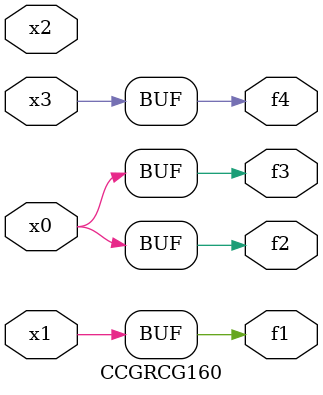
<source format=v>
module CCGRCG160(
	input x0, x1, x2, x3,
	output f1, f2, f3, f4
);
	assign f1 = x1;
	assign f2 = x0;
	assign f3 = x0;
	assign f4 = x3;
endmodule

</source>
